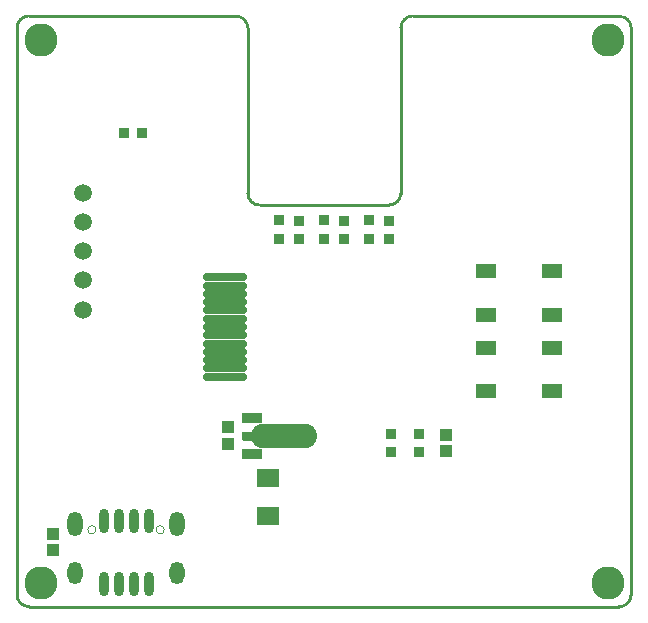
<source format=gts>
G04*
G04 #@! TF.GenerationSoftware,Altium Limited,Altium Designer,22.0.2 (36)*
G04*
G04 Layer_Color=8388736*
%FSLAX24Y24*%
%MOIN*%
G70*
G04*
G04 #@! TF.SameCoordinates,D7CE2511-F244-4390-A2D0-A891EFF9428C*
G04*
G04*
G04 #@! TF.FilePolarity,Negative*
G04*
G01*
G75*
%ADD10C,0.0100*%
%ADD15C,0.0002*%
%ADD23R,0.0434X0.0395*%
%ADD24O,0.0328X0.0814*%
%ADD25R,0.0358X0.0380*%
G04:AMPARAMS|DCode=26|XSize=23.7mil|YSize=145.8mil|CornerRadius=7.9mil|HoleSize=0mil|Usage=FLASHONLY|Rotation=270.000|XOffset=0mil|YOffset=0mil|HoleType=Round|Shape=RoundedRectangle|*
%AMROUNDEDRECTD26*
21,1,0.0237,0.1299,0,0,270.0*
21,1,0.0079,0.1458,0,0,270.0*
1,1,0.0159,-0.0650,-0.0039*
1,1,0.0159,-0.0650,0.0039*
1,1,0.0159,0.0650,0.0039*
1,1,0.0159,0.0650,-0.0039*
%
%ADD26ROUNDEDRECTD26*%
%ADD27R,0.0380X0.0358*%
%ADD28O,0.2197X0.0828*%
%ADD29R,0.0700X0.0345*%
%ADD30R,0.0355X0.0355*%
%ADD31R,0.0720X0.0625*%
%ADD32R,0.0710X0.0474*%
%ADD33O,0.0512X0.0748*%
%ADD34O,0.0512X0.0827*%
%ADD35C,0.0592*%
%ADD36C,0.1104*%
G36*
X9270Y6081D02*
X9271Y6081D01*
X9288Y6081D01*
X9289Y6080D01*
X9289Y6080D01*
X9307Y6079D01*
X9307Y6079D01*
X9308Y6079D01*
X9325Y6077D01*
X9325Y6077D01*
X9326Y6077D01*
X9343Y6074D01*
X9344Y6074D01*
X9344Y6074D01*
X9361Y6070D01*
X9362Y6070D01*
X9362Y6070D01*
X9379Y6066D01*
X9380Y6065D01*
X9380Y6065D01*
X9397Y6060D01*
X9397Y6060D01*
X9398Y6060D01*
X9414Y6054D01*
X9415Y6054D01*
X9415Y6053D01*
X9431Y6047D01*
X9432Y6046D01*
X9432Y6046D01*
X9448Y6039D01*
X9448Y6038D01*
X9449Y6038D01*
X9464Y6030D01*
X9464Y6030D01*
X9465Y6029D01*
X9480Y6020D01*
X9480Y6020D01*
X9481Y6020D01*
X9495Y6010D01*
X9496Y6010D01*
X9496Y6010D01*
X9510Y5999D01*
X9511Y5999D01*
X9511Y5999D01*
X9525Y5988D01*
X9525Y5987D01*
X9525Y5987D01*
X9538Y5976D01*
X9539Y5975D01*
X9539Y5975D01*
X9552Y5963D01*
X9552Y5962D01*
X9552Y5962D01*
X9564Y5949D01*
X9565Y5949D01*
X9565Y5948D01*
X9576Y5935D01*
X9576Y5935D01*
X9577Y5934D01*
X9587Y5920D01*
X9588Y5920D01*
X9588Y5920D01*
X9598Y5905D01*
X9598Y5905D01*
X9599Y5905D01*
X9608Y5890D01*
X9608Y5889D01*
X9608Y5889D01*
X9617Y5874D01*
X9617Y5873D01*
X9617Y5873D01*
X9625Y5857D01*
X9626Y5857D01*
X9626Y5856D01*
X9633Y5840D01*
X9633Y5840D01*
X9633Y5840D01*
X9640Y5823D01*
X9640Y5823D01*
X9640Y5822D01*
X9646Y5806D01*
X9646Y5805D01*
X9646Y5805D01*
X9651Y5788D01*
X9651Y5788D01*
X9651Y5787D01*
X9655Y5770D01*
X9655Y5770D01*
X9655Y5769D01*
X9659Y5752D01*
X9659Y5751D01*
X9659Y5751D01*
X9661Y5734D01*
X9661Y5733D01*
X9661Y5733D01*
X9663Y5715D01*
X9663Y5715D01*
X9663Y5714D01*
X9664Y5697D01*
X9664Y5696D01*
X9664Y5696D01*
Y5678D01*
X9664Y5678D01*
X9664Y5677D01*
X9663Y5660D01*
X9663Y5659D01*
X9663Y5659D01*
X9661Y5642D01*
X9661Y5641D01*
X9661Y5641D01*
X9659Y5623D01*
X9659Y5623D01*
X9659Y5622D01*
X9655Y5605D01*
X9655Y5605D01*
X9655Y5604D01*
X9651Y5587D01*
X9651Y5587D01*
X9651Y5586D01*
X9646Y5569D01*
X9646Y5569D01*
X9646Y5569D01*
X9640Y5552D01*
X9640Y5551D01*
X9640Y5551D01*
X9633Y5535D01*
X9633Y5534D01*
X9633Y5534D01*
X9626Y5518D01*
X9626Y5517D01*
X9625Y5517D01*
X9617Y5501D01*
X9617Y5501D01*
X9617Y5501D01*
X9608Y5485D01*
X9608Y5485D01*
X9608Y5485D01*
X9599Y5470D01*
X9598Y5469D01*
X9598Y5469D01*
X9588Y5455D01*
X9588Y5454D01*
X9587Y5454D01*
X9577Y5440D01*
X9576Y5440D01*
X9576Y5439D01*
X9565Y5426D01*
X9565Y5425D01*
X9564Y5425D01*
X9552Y5412D01*
X9552Y5412D01*
X9552Y5412D01*
X9539Y5399D01*
X9539Y5399D01*
X9538Y5399D01*
X9525Y5387D01*
X9525Y5387D01*
X9525Y5386D01*
X9511Y5375D01*
X9511Y5375D01*
X9510Y5375D01*
X9496Y5365D01*
X9496Y5364D01*
X9495Y5364D01*
X9481Y5354D01*
X9480Y5354D01*
X9480Y5354D01*
X9465Y5345D01*
X9464Y5345D01*
X9464Y5344D01*
X9449Y5336D01*
X9448Y5336D01*
X9448Y5336D01*
X9432Y5328D01*
X9432Y5328D01*
X9431Y5328D01*
X9415Y5321D01*
X9415Y5321D01*
X9414Y5321D01*
X9398Y5315D01*
X9397Y5314D01*
X9397Y5314D01*
X9380Y5309D01*
X9380Y5309D01*
X9379Y5309D01*
X9362Y5304D01*
X9362Y5304D01*
X9361Y5304D01*
X9344Y5300D01*
X9344Y5300D01*
X9343Y5300D01*
X9326Y5297D01*
X9325Y5297D01*
X9325Y5297D01*
X9308Y5295D01*
X9307Y5295D01*
X9307Y5295D01*
X9289Y5294D01*
X9289Y5294D01*
X9288Y5294D01*
X9271Y5293D01*
X9270Y5293D01*
X9270Y5293D01*
X8540D01*
X8540Y5293D01*
X8540Y5293D01*
X8522Y5294D01*
X8522Y5294D01*
X8521Y5294D01*
X8504Y5295D01*
X8503Y5295D01*
X8503Y5295D01*
X8486Y5297D01*
X8485Y5297D01*
X8485Y5297D01*
X8467Y5300D01*
X8467Y5300D01*
X8466Y5300D01*
X8449Y5304D01*
X8449Y5304D01*
X8448Y5304D01*
X8431Y5309D01*
X8431Y5309D01*
X8430Y5309D01*
X8414Y5314D01*
X8413Y5314D01*
X8413Y5315D01*
X8396Y5321D01*
X8396Y5321D01*
X8396Y5321D01*
X8379Y5328D01*
X8379Y5328D01*
X8379Y5328D01*
X8363Y5336D01*
X8362Y5336D01*
X8362Y5336D01*
X8346Y5344D01*
X8346Y5345D01*
X8346Y5345D01*
X8331Y5354D01*
X8330Y5354D01*
X8330Y5354D01*
X8315Y5364D01*
X8315Y5364D01*
X8314Y5365D01*
X8300Y5375D01*
X8300Y5375D01*
X8300Y5375D01*
X8286Y5386D01*
X8286Y5387D01*
X8285Y5387D01*
X8272Y5399D01*
X8272Y5399D01*
X8271Y5399D01*
X8259Y5412D01*
X8259Y5412D01*
X8258Y5412D01*
X8246Y5425D01*
X8246Y5425D01*
X8246Y5426D01*
X8234Y5439D01*
X8234Y5440D01*
X8234Y5440D01*
X8223Y5454D01*
X8223Y5454D01*
X8222Y5455D01*
X8212Y5469D01*
X8212Y5469D01*
X8212Y5470D01*
X8203Y5485D01*
X8202Y5485D01*
X8202Y5485D01*
X8193Y5501D01*
X8193Y5501D01*
X8193Y5501D01*
X8185Y5517D01*
X8185Y5517D01*
X8185Y5518D01*
X8184Y5519D01*
X8184Y5521D01*
X8184Y5521D01*
X8183Y5522D01*
X8180Y5537D01*
X7527D01*
X7523Y5538D01*
X7520Y5539D01*
X7516Y5541D01*
X7513Y5543D01*
X7511Y5546D01*
X7509Y5550D01*
X7508Y5553D01*
X7508Y5557D01*
Y5817D01*
X7508Y5821D01*
X7509Y5825D01*
X7511Y5828D01*
X7513Y5831D01*
X7516Y5833D01*
X7520Y5835D01*
X7523Y5836D01*
X7527Y5837D01*
X8180D01*
X8183Y5853D01*
X8184Y5853D01*
X8184Y5854D01*
X8184Y5855D01*
X8185Y5856D01*
X8185Y5857D01*
X8185Y5857D01*
X8193Y5873D01*
X8193Y5873D01*
X8193Y5874D01*
X8202Y5889D01*
X8202Y5889D01*
X8203Y5890D01*
X8212Y5905D01*
X8212Y5905D01*
X8212Y5905D01*
X8222Y5920D01*
X8223Y5920D01*
X8223Y5920D01*
X8234Y5934D01*
X8234Y5935D01*
X8234Y5935D01*
X8246Y5948D01*
X8246Y5949D01*
X8246Y5949D01*
X8258Y5962D01*
X8259Y5962D01*
X8259Y5963D01*
X8271Y5975D01*
X8272Y5975D01*
X8272Y5976D01*
X8285Y5987D01*
X8286Y5987D01*
X8286Y5988D01*
X8300Y5999D01*
X8300Y5999D01*
X8300Y5999D01*
X8314Y6010D01*
X8315Y6010D01*
X8315Y6010D01*
X8330Y6020D01*
X8330Y6020D01*
X8331Y6020D01*
X8346Y6029D01*
X8346Y6030D01*
X8346Y6030D01*
X8362Y6038D01*
X8362Y6038D01*
X8363Y6039D01*
X8379Y6046D01*
X8379Y6046D01*
X8379Y6047D01*
X8396Y6053D01*
X8396Y6054D01*
X8396Y6054D01*
X8413Y6060D01*
X8413Y6060D01*
X8414Y6060D01*
X8430Y6065D01*
X8431Y6065D01*
X8431Y6066D01*
X8448Y6070D01*
X8449Y6070D01*
X8449Y6070D01*
X8466Y6074D01*
X8467Y6074D01*
X8467Y6074D01*
X8485Y6077D01*
X8485Y6077D01*
X8486Y6077D01*
X8503Y6079D01*
X8503Y6079D01*
X8504Y6079D01*
X8521Y6080D01*
X8522Y6080D01*
X8522Y6081D01*
X8540Y6081D01*
X8540Y6081D01*
X8540Y6081D01*
X9270D01*
X9270Y6081D01*
D02*
G37*
D10*
X387Y19685D02*
G03*
X-6Y19291I0J-394D01*
G01*
Y394D02*
G03*
X387Y0I394J0D01*
G01*
X20072D02*
G03*
X20466Y394I0J394D01*
G01*
Y19291D02*
G03*
X20072Y19685I-394J0D01*
G01*
X7687Y13780D02*
G03*
X8081Y13386I394J0D01*
G01*
X12395D02*
G03*
X12789Y13780I0J394D01*
G01*
X13183Y19685D02*
G03*
X12789Y19291I0J-394D01*
G01*
X7687D02*
G03*
X7294Y19685I-394J0D01*
G01*
X-6Y394D02*
Y19291D01*
X20466Y394D02*
Y19291D01*
X387Y19685D02*
X7294Y19685D01*
X387Y0D02*
X20072D01*
X13183Y19685D02*
X20072D01*
X8082Y13386D02*
X12395D01*
X12789Y13770D02*
Y19306D01*
X7687Y13782D02*
Y19291D01*
D15*
X2629Y2564D02*
G03*
X2629Y2564I-138J0D01*
G01*
X4904D02*
G03*
X4904Y2564I-138J0D01*
G01*
D23*
X1200Y2426D02*
D03*
Y1874D02*
D03*
X14287Y5726D02*
D03*
Y5174D02*
D03*
X7037Y5976D02*
D03*
Y5424D02*
D03*
D24*
X2879Y744D02*
D03*
X3379D02*
D03*
X3879D02*
D03*
X4379D02*
D03*
X2879Y2856D02*
D03*
X3379D02*
D03*
X3879D02*
D03*
X4379D02*
D03*
D25*
X3560Y15790D02*
D03*
X4153D02*
D03*
D26*
X6937Y10423D02*
D03*
Y10698D02*
D03*
Y9596D02*
D03*
Y9872D02*
D03*
Y8769D02*
D03*
Y9045D02*
D03*
Y7943D02*
D03*
Y8218D02*
D03*
Y10974D02*
D03*
Y7667D02*
D03*
Y8494D02*
D03*
Y9320D02*
D03*
Y10147D02*
D03*
D27*
X13387Y5747D02*
D03*
Y5153D02*
D03*
X12458Y5747D02*
D03*
Y5153D02*
D03*
X9391Y12253D02*
D03*
Y12847D02*
D03*
X10891Y12253D02*
D03*
Y12847D02*
D03*
X12391Y12253D02*
D03*
Y12847D02*
D03*
D28*
X8905Y5687D02*
D03*
D29*
X7837Y5100D02*
D03*
Y6281D02*
D03*
D30*
X8739Y12885D02*
D03*
X8741Y12255D02*
D03*
X10237Y12885D02*
D03*
X10239Y12255D02*
D03*
X11739Y12885D02*
D03*
X11741Y12255D02*
D03*
D31*
X8350Y3023D02*
D03*
Y4277D02*
D03*
D32*
X17840Y7172D02*
D03*
X15635D02*
D03*
X17840Y8628D02*
D03*
X15635D02*
D03*
X17840Y9722D02*
D03*
X15635D02*
D03*
X17840Y11178D02*
D03*
X15635D02*
D03*
D33*
X1926Y1115D02*
D03*
X5331D02*
D03*
D34*
X1926Y2769D02*
D03*
X5331D02*
D03*
D35*
X2200Y10875D02*
D03*
Y11850D02*
D03*
Y12825D02*
D03*
Y13800D02*
D03*
Y9900D02*
D03*
D36*
X19685Y787D02*
D03*
X787D02*
D03*
X19685Y18898D02*
D03*
X787D02*
D03*
M02*

</source>
